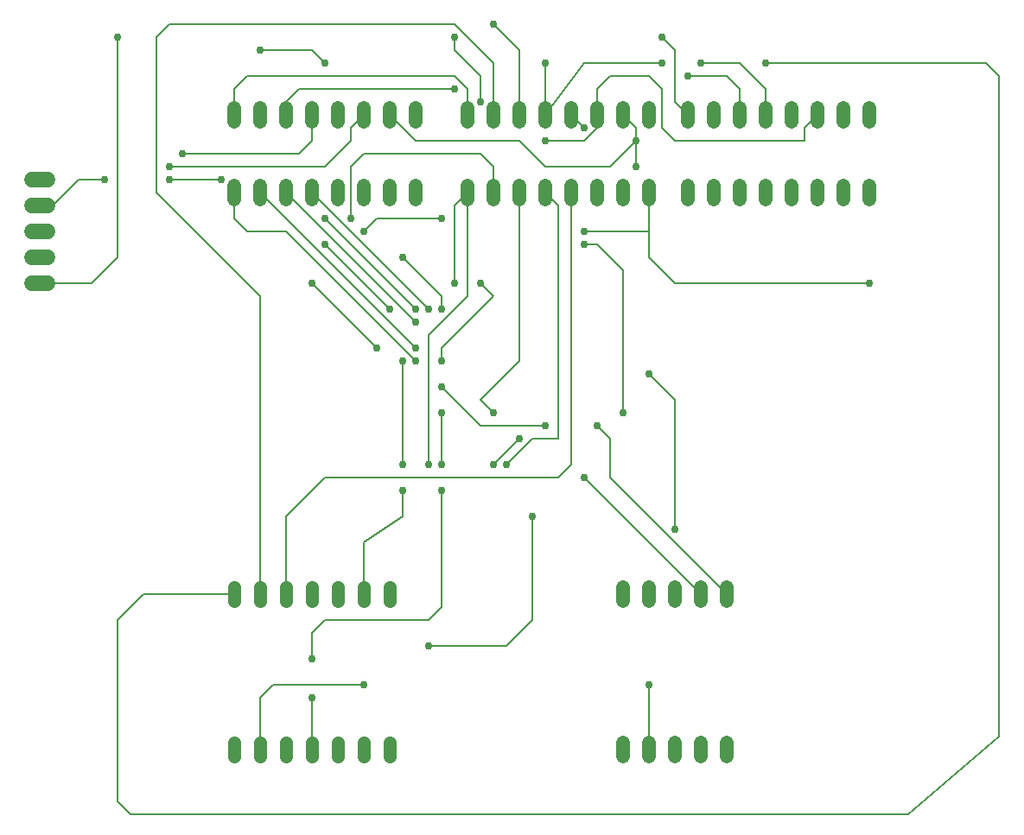
<source format=gbr>
G04 EAGLE Gerber RS-274X export*
G75*
%MOMM*%
%FSLAX34Y34*%
%LPD*%
%INTop Copper*%
%IPPOS*%
%AMOC8*
5,1,8,0,0,1.08239X$1,22.5*%
G01*
%ADD10C,1.320800*%
%ADD11C,1.524000*%
%ADD12C,1.308000*%
%ADD13C,0.756400*%
%ADD14C,0.203200*%


D10*
X241300Y615696D02*
X241300Y628904D01*
X266700Y628904D02*
X266700Y615696D01*
X393700Y615696D02*
X393700Y628904D01*
X419100Y628904D02*
X419100Y615696D01*
X292100Y615696D02*
X292100Y628904D01*
X317500Y628904D02*
X317500Y615696D01*
X368300Y615696D02*
X368300Y628904D01*
X342900Y628904D02*
X342900Y615696D01*
X419100Y691896D02*
X419100Y705104D01*
X393700Y705104D02*
X393700Y691896D01*
X368300Y691896D02*
X368300Y705104D01*
X342900Y705104D02*
X342900Y691896D01*
X317500Y691896D02*
X317500Y705104D01*
X292100Y705104D02*
X292100Y691896D01*
X266700Y691896D02*
X266700Y705104D01*
X241300Y705104D02*
X241300Y691896D01*
X469900Y628904D02*
X469900Y615696D01*
X495300Y615696D02*
X495300Y628904D01*
X622300Y628904D02*
X622300Y615696D01*
X647700Y615696D02*
X647700Y628904D01*
X520700Y628904D02*
X520700Y615696D01*
X546100Y615696D02*
X546100Y628904D01*
X596900Y628904D02*
X596900Y615696D01*
X571500Y615696D02*
X571500Y628904D01*
X647700Y691896D02*
X647700Y705104D01*
X622300Y705104D02*
X622300Y691896D01*
X596900Y691896D02*
X596900Y705104D01*
X571500Y705104D02*
X571500Y691896D01*
X546100Y691896D02*
X546100Y705104D01*
X520700Y705104D02*
X520700Y691896D01*
X495300Y691896D02*
X495300Y705104D01*
X469900Y705104D02*
X469900Y691896D01*
X685800Y628904D02*
X685800Y615696D01*
X711200Y615696D02*
X711200Y628904D01*
X838200Y628904D02*
X838200Y615696D01*
X863600Y615696D02*
X863600Y628904D01*
X736600Y628904D02*
X736600Y615696D01*
X762000Y615696D02*
X762000Y628904D01*
X812800Y628904D02*
X812800Y615696D01*
X787400Y615696D02*
X787400Y628904D01*
X863600Y691896D02*
X863600Y705104D01*
X838200Y705104D02*
X838200Y691896D01*
X812800Y691896D02*
X812800Y705104D01*
X787400Y705104D02*
X787400Y691896D01*
X762000Y691896D02*
X762000Y705104D01*
X736600Y705104D02*
X736600Y691896D01*
X711200Y691896D02*
X711200Y705104D01*
X685800Y705104D02*
X685800Y691896D01*
D11*
X58420Y533400D02*
X43180Y533400D01*
X43180Y558800D02*
X58420Y558800D01*
X58420Y584200D02*
X43180Y584200D01*
X43180Y609600D02*
X58420Y609600D01*
X58420Y635000D02*
X43180Y635000D01*
D12*
X241300Y82740D02*
X241300Y69660D01*
X266700Y69660D02*
X266700Y82740D01*
X292100Y82740D02*
X292100Y69660D01*
X317500Y69660D02*
X317500Y82740D01*
X342900Y82740D02*
X342900Y69660D01*
X368300Y69660D02*
X368300Y82740D01*
X393700Y82740D02*
X393700Y69660D01*
X393700Y222060D02*
X393700Y235140D01*
X368300Y235140D02*
X368300Y222060D01*
X342900Y222060D02*
X342900Y235140D01*
X317500Y235140D02*
X317500Y222060D01*
X292100Y222060D02*
X292100Y235140D01*
X266700Y235140D02*
X266700Y222060D01*
X241300Y222060D02*
X241300Y235140D01*
D10*
X622300Y82804D02*
X622300Y69596D01*
X647700Y69596D02*
X647700Y82804D01*
X673100Y82804D02*
X673100Y69596D01*
X698500Y69596D02*
X698500Y82804D01*
X723900Y82804D02*
X723900Y69596D01*
X723900Y221996D02*
X723900Y235204D01*
X698500Y235204D02*
X698500Y221996D01*
X673100Y221996D02*
X673100Y235204D01*
X647700Y235204D02*
X647700Y221996D01*
X622300Y221996D02*
X622300Y235204D01*
D13*
X863600Y533400D03*
D14*
X673100Y533400D01*
X647700Y558800D01*
X647700Y584200D02*
X647700Y622300D01*
X647700Y584200D02*
X647700Y558800D01*
X647700Y584200D02*
X584200Y584200D01*
D13*
X584200Y584200D03*
D14*
X241300Y698500D02*
X241300Y723900D01*
X254000Y736600D01*
X457200Y736600D02*
X469900Y723900D01*
X469900Y698500D01*
X457200Y736600D02*
X254000Y736600D01*
D13*
X482600Y711200D03*
D14*
X482600Y736600D01*
X457200Y762000D01*
X457200Y774700D01*
D13*
X457200Y774700D03*
X660400Y774700D03*
D14*
X673100Y762000D01*
X673100Y711200D01*
X685800Y698500D01*
X266700Y520700D02*
X266700Y228600D01*
X266700Y520700D02*
X165100Y622300D01*
X165100Y774700D01*
X177800Y787400D01*
X457200Y787400D01*
X495300Y749300D02*
X495300Y698500D01*
X495300Y749300D02*
X457200Y787400D01*
X368300Y279400D02*
X368300Y228600D01*
X469900Y609600D02*
X469900Y622300D01*
X457200Y609600D01*
X457200Y533400D01*
D13*
X457200Y533400D03*
X482600Y533400D03*
D14*
X495300Y520700D01*
X444500Y469900D01*
X444500Y457200D01*
D13*
X444500Y457200D03*
X406400Y457200D03*
D14*
X406400Y355600D01*
D13*
X406400Y355600D03*
X406400Y330200D03*
D14*
X406400Y304800D02*
X368300Y279400D01*
X406400Y304800D02*
X406400Y330200D01*
X317500Y127000D02*
X317500Y76200D01*
D13*
X317500Y127000D03*
X317500Y165100D03*
D14*
X317500Y190500D01*
X330200Y203200D01*
X431800Y203200D01*
X444500Y215900D01*
X444500Y330200D01*
D13*
X444500Y330200D03*
X444500Y355600D03*
D14*
X444500Y406400D01*
D13*
X444500Y406400D03*
X393700Y508000D03*
D14*
X330200Y571500D01*
D13*
X330200Y571500D03*
X355600Y596900D03*
D14*
X355600Y647700D01*
X368300Y660400D01*
X482600Y660400D01*
X495300Y647700D01*
X495300Y622300D01*
X520700Y622300D02*
X520700Y457200D01*
X482600Y419100D01*
X495300Y406400D01*
D13*
X495300Y406400D03*
X520700Y381000D03*
D14*
X495300Y355600D01*
D13*
X495300Y355600D03*
X368300Y139700D03*
D14*
X279400Y139700D01*
X266700Y127000D01*
X266700Y76200D01*
D13*
X431800Y177800D03*
D14*
X508000Y177800D01*
X533400Y203200D01*
X533400Y304800D01*
D13*
X533400Y304800D03*
X508000Y355600D03*
D14*
X533400Y381000D01*
X558800Y381000D01*
X558800Y609600D01*
X546100Y622300D01*
X292100Y304800D02*
X292100Y228600D01*
X558800Y342900D02*
X571500Y355600D01*
X571500Y622300D01*
X330200Y342900D02*
X292100Y304800D01*
X330200Y342900D02*
X558800Y342900D01*
D13*
X381000Y469900D03*
D14*
X317500Y533400D01*
D13*
X317500Y533400D03*
X368300Y584200D03*
D14*
X381000Y596900D01*
X444500Y596900D01*
D13*
X444500Y596900D03*
D14*
X584200Y342900D02*
X698500Y228600D01*
D13*
X584200Y342900D03*
X419100Y508000D03*
D14*
X330200Y596900D01*
D13*
X330200Y596900D03*
D14*
X609600Y342900D02*
X723900Y228600D01*
X609600Y342900D02*
X609600Y381000D01*
X596900Y393700D01*
D13*
X596900Y393700D03*
X546100Y393700D03*
D14*
X482600Y393700D01*
X444500Y431800D01*
D13*
X444500Y431800D03*
X419100Y457200D03*
D14*
X292100Y584200D01*
X254000Y584200D01*
X241300Y596900D01*
X241300Y622300D01*
X266700Y622300D02*
X419100Y469900D01*
D13*
X419100Y469900D03*
D14*
X419100Y495300D02*
X292100Y622300D01*
D13*
X419100Y495300D03*
X647700Y139700D03*
D14*
X647700Y76200D01*
X431800Y508000D02*
X317500Y622300D01*
D13*
X431800Y508000D03*
X406400Y558800D03*
D14*
X444500Y520700D01*
X444500Y508000D01*
D13*
X444500Y508000D03*
X647700Y444500D03*
D14*
X673100Y419100D01*
X673100Y292100D01*
D13*
X673100Y292100D03*
X622300Y406400D03*
D14*
X622300Y546100D01*
X596900Y571500D01*
X584200Y571500D01*
D13*
X584200Y571500D03*
D14*
X241300Y228600D02*
X152400Y228600D01*
X127000Y203200D01*
X127000Y25400D01*
X139700Y12700D01*
X901700Y12700D01*
X990600Y88900D01*
X990600Y736600D01*
X977900Y749300D01*
X762000Y749300D01*
D13*
X762000Y749300D03*
X546100Y749300D03*
D14*
X546100Y698500D01*
X317500Y698500D02*
X317500Y673100D01*
X304800Y660400D01*
D13*
X190500Y660400D03*
D14*
X304800Y660400D01*
X546100Y698500D02*
X584200Y749300D01*
X660400Y749300D01*
D13*
X660400Y749300D03*
X698500Y749300D03*
D14*
X736600Y749300D01*
X762000Y723900D01*
X762000Y698500D01*
D13*
X546100Y673100D03*
D14*
X584200Y673100D01*
X596900Y685800D01*
X596900Y698500D01*
X368300Y698500D02*
X355600Y685800D01*
X355600Y673100D01*
X330200Y647700D01*
D13*
X177800Y647700D03*
D14*
X330200Y647700D01*
X800100Y685800D02*
X812800Y698500D01*
X800100Y685800D02*
X800100Y673100D01*
X673100Y673100D01*
X660400Y685800D01*
X660400Y723900D01*
X647700Y736600D01*
X609600Y736600D01*
X596900Y723900D01*
X596900Y698500D01*
X292100Y698500D02*
X292100Y711200D01*
X304800Y723900D01*
X457200Y723900D01*
D13*
X457200Y723900D03*
X228600Y635000D03*
D14*
X177800Y635000D01*
D13*
X177800Y635000D03*
X114300Y635000D03*
D14*
X88900Y635000D01*
X63500Y609600D01*
X50800Y609600D01*
X571500Y698500D02*
X584200Y685800D01*
D13*
X584200Y685800D03*
X685800Y736600D03*
D14*
X723900Y736600D01*
X736600Y723900D01*
X736600Y698500D01*
D13*
X330200Y749300D03*
D14*
X317500Y762000D01*
X266700Y762000D01*
D13*
X266700Y762000D03*
D14*
X393700Y698500D02*
X419100Y673100D01*
X520700Y673100D01*
X546100Y647700D01*
X609600Y647700D01*
D13*
X635000Y647700D03*
D14*
X635000Y673100D01*
D13*
X635000Y673100D03*
D14*
X609600Y647700D01*
X635000Y673100D02*
X635000Y685800D01*
X622300Y698500D01*
X101600Y533400D02*
X50800Y533400D01*
X101600Y533400D02*
X127000Y558800D01*
X127000Y774700D01*
D13*
X127000Y774700D03*
X495300Y787400D03*
D14*
X520700Y762000D01*
X520700Y698500D01*
D13*
X431800Y355600D03*
D14*
X431800Y482600D01*
X469900Y520700D02*
X469900Y622300D01*
X469900Y520700D02*
X431800Y482600D01*
M02*

</source>
